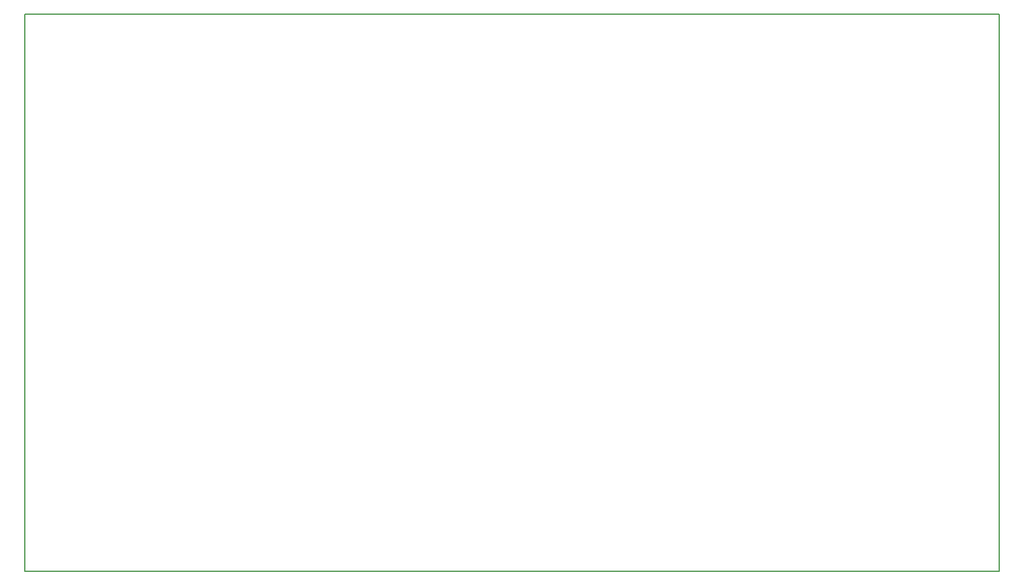
<source format=gbr>
G04 #@! TF.GenerationSoftware,KiCad,Pcbnew,(5.0.2)-1*
G04 #@! TF.CreationDate,2020-02-10T23:08:41+01:00*
G04 #@! TF.ProjectId,ToolChanger,546f6f6c-4368-4616-9e67-65722e6b6963,rev?*
G04 #@! TF.SameCoordinates,Original*
G04 #@! TF.FileFunction,Profile,NP*
%FSLAX46Y46*%
G04 Gerber Fmt 4.6, Leading zero omitted, Abs format (unit mm)*
G04 Created by KiCad (PCBNEW (5.0.2)-1) date 2020-02-10 23:08:41*
%MOMM*%
%LPD*%
G01*
G04 APERTURE LIST*
%ADD10C,0.150000*%
G04 APERTURE END LIST*
D10*
X210820000Y-139700000D02*
X71120000Y-139700000D01*
X210820000Y-59690000D02*
X210820000Y-139700000D01*
X71120000Y-59690000D02*
X210820000Y-59690000D01*
X71120000Y-139700000D02*
X71120000Y-59690000D01*
M02*

</source>
